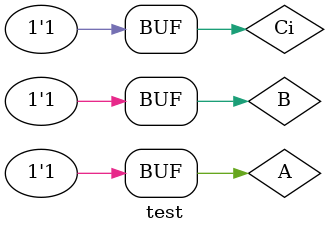
<source format=v>
`timescale 1ns / 1ps


module test;

	// Inputs
	reg A;
	reg B;
	reg Ci;

	// Outputs
	wire F;
	wire C;

	// Instantiate the Unit Under Test (UUT)
	First_Experiment_Add uut (
		.A(A), 
		.B(B), 
		.Ci(Ci), 
		.F(F), 
		.C(C)
	);

	initial begin
		// Initialize Inputs
		A = 0;
		B = 0;
		Ci = 0;

		// Wait 100 ns for global reset to finish
		#100;
      A = 1;
		B = 0;
		Ci = 0;
		// Add stimulus here
		#100;
      A = 1;
		B = 1;
		Ci = 0;
		#100;
      A = 1;
		B = 1;
		Ci = 1;
	end
      
endmodule


</source>
